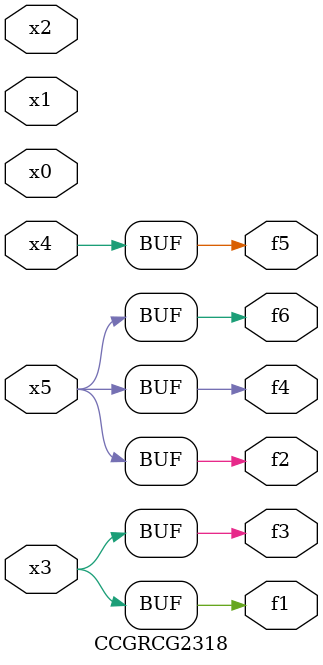
<source format=v>
module CCGRCG2318(
	input x0, x1, x2, x3, x4, x5,
	output f1, f2, f3, f4, f5, f6
);
	assign f1 = x3;
	assign f2 = x5;
	assign f3 = x3;
	assign f4 = x5;
	assign f5 = x4;
	assign f6 = x5;
endmodule

</source>
